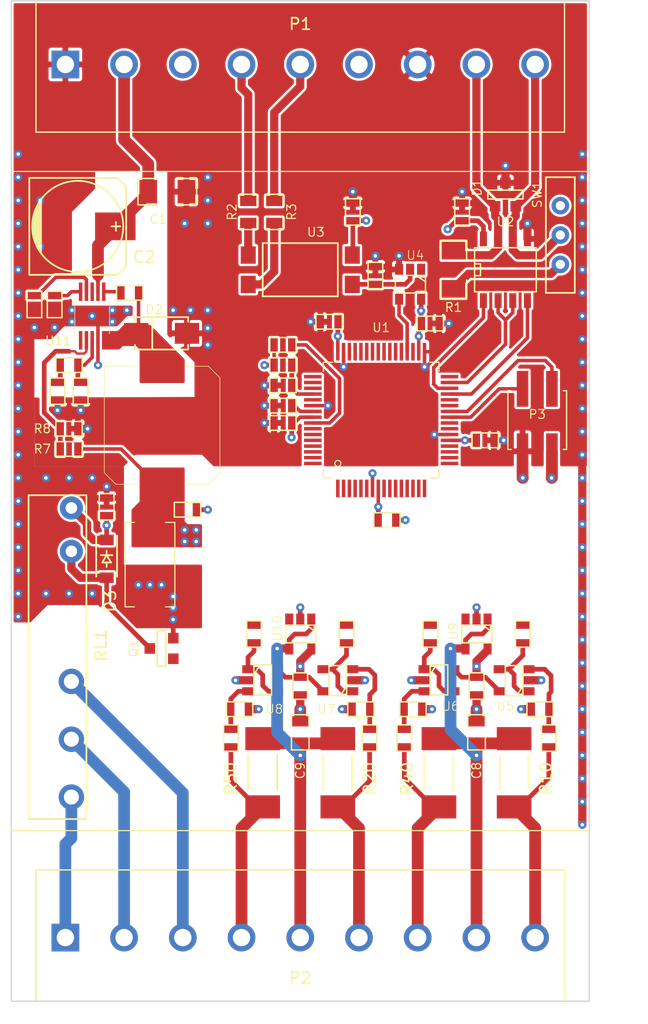
<source format=kicad_pcb>
(kicad_pcb (version 20211014) (generator pcbnew)
  (title_block (title "CowDIN power monitor (3U case)") (date "2022-04-12") (rev "1") (company "Agilack") (comment 1 "License: CC-by-SA"))
  (layers (0 "F.Cu" signal) (1 "In1.Cu" signal) (2 "In2.Cu" signal) (31 "B.Cu" signal) (34 "B.Paste" user) (35 "F.Paste" user) (36 "B.SilkS" user "B.Silkscreen") (37 "F.SilkS" user "F.Silkscreen") (38 "B.Mask" user) (39 "F.Mask" user) (44 "Edge.Cuts" user))
  (net 0 "")
  (net 3 "CT1_A")
  (net 4 "CT1_B")
  (net 5 "CT4_A")
  (net 6 "CT2_A")
  (net 7 "CT2_B")
  (net 8 "Net-(R11-Pad1)")
  (net 9 "RL_NO")
  (net 10 "+VIn")
  (net 11 "Net-(C3-Pad1)")
  (net 12 "LINKY_I1")
  (net 13 "LINKY_I2")
  (net 14 "GND")
  (net 15 "RS485_A")
  (net 16 "RS485_B")
  (net 17 "RS485_RX")
  (net 18 "RS485_DIR")
  (net 19 "RS485_TX")
  (net 20 "+5V")
  (net 21 "Net-(R1-Pad1)")
  (net 22 "Net-(R2-Pad1)")
  (net 23 "Net-(R3-Pad1)")
  (net 24 "Net-(R4-Pad1)")
  (net 25 "LINKY_RX")
  (net 26 "EXT_TX")
  (net 27 "EXT_RX")
  (net 28 "Net-(R21-Pad1)")
  (net 29 "Net-(R41-Pad1)")
  (net 30 "CT5_A")
  (net 31 "CT1_I")
  (net 32 "CT4_I")
  (net 33 "Net-(R43-Pad2)")
  (net 34 "CT2_I")
  (net 35 "Net-(R13-Pad2)")
  (net 36 "Net-(R51-Pad1)")
  (net 37 "CT5_I")
  (net 38 "Net-(R23-Pad2)")
  (net 39 "Net-(R53-Pad2)")
  (net 40 "+2.5V")
  (net 41 "Net-(R5-Pad1)")
  (net 42 "Net-(C4-Pad1)")
  (net 45 "Net-(C12-Pad1)")
  (net 46 "Net-(C5-Pad1)")
  (net 47 "Net-(R7-Pad1)")
  (net 48 "/Power Supply/V5_SW")
  (net 55 "RST")
  (net 56 "Net-(C18-Pad1)")
  (net 89 "SWCLK")
  (net 90 "SWDAT")
  (net 97 "Net-(D3-Pad1)")
  (net 98 "RL_COM")
  (net 99 "RL_NC")
  (net 100 "RELAY")
  (footprint "cowdin-3a-pwrmon:I_MSS1048" (layer "F.Cu") (at 136.55 98.45 180)
    (fp_text reference "L1" hide)
    (fp_text value "27uH" hide)
  )
  (footprint "cowdin-3a-pwrmon:TQFP64" (layer "F.Cu") (at 155.5 98 90)
    (fp_text reference "U1")
    (fp_text value "ATSAMC21J" hide)
  )
  (footprint "cowdin-3a-pwrmon:SMD0603" (layer "F.Cu") (at 163.75 121 -90)
    (fp_text reference "C7" hide)
    (fp_text value "100nF" hide)
  )
  (footprint "cowdin-3a-pwrmon:SMD0603" (layer "F.Cu") (at 138.75 105.75)
    (fp_text reference "C13" hide)
    (fp_text value "1uF" hide)
  )
  (footprint "cowdin-3a-pwrmon:SMD0603" (layer "F.Cu") (at 142.5 125.5 -90)
    (fp_text reference "R51" hide)
    (fp_text value "0" hide)
  )
  (footprint "cowdin-3a-pwrmon:SMD0603" (layer "F.Cu") (at 153.05 80 90)
    (fp_text reference "C11" hide)
    (fp_text value "100nF" hide)
  )
  (footprint "cowdin-3a-pwrmon:SOT23-5" (layer "F.Cu") (at 160.5 120.5 -90)
    (fp_text reference "U6")
    (fp_text value "MCP6001" hide)
  )
  (footprint "cowdin-3a-pwrmon:SOT23-3" (layer "F.Cu") (at 136.5 117.75 -90)
    (fp_text reference "Q1")
    (fp_text value "Si2318" hide)
  )
  (footprint "cowdin-3a-pwrmon:SOT23-3" (layer "F.Cu") (at 166.25 78.5 180)
    (fp_text reference "D1")
    (fp_text value "SM712" hide)
  )
  (footprint "cowdin-3a-pwrmon:SMD0603" (layer "F.Cu") (at 148.5 121 -90)
    (fp_text reference "C6" hide)
    (fp_text value "100nF" hide)
  )
  (footprint "cowdin-3a-pwrmon:CONN_WE2365_09" (layer "F.Cu") (at 148.5 67.25)
    (fp_text reference "P1")
    (fp_text value "CONN_9")
  )
  (footprint "cowdin-3a-pwrmon:SMD0603" (layer "F.Cu") (at 159.75 89.65)
    (fp_text reference "C16" hide)
    (fp_text value "100nF" hide)
  )
  (footprint "cowdin-3a-pwrmon:SMD0603" (layer "F.Cu") (at 155 85.5 90)
    (fp_text reference "R4" hide)
    (fp_text value "10k" hide)
  )
  (footprint "cowdin-3a-pwrmon:SMD0603" (layer "F.Cu") (at 147 95 180)
    (fp_text reference "C22" hide)
    (fp_text value "1uF" hide)
  )
  (footprint "cowdin-3a-pwrmon:SMD0603" (layer "F.Cu") (at 147 96.75 180)
    (fp_text reference "C18" hide)
    (fp_text value "100nF" hide)
  )
  (footprint "cowdin-3a-pwrmon:SMD0603" (layer "F.Cu") (at 159.75 116.5 -90)
    (fp_text reference "R43" hide)
    (fp_text value "0" hide)
  )
  (footprint "cowdin-3a-pwrmon:SOT23-5" (layer "F.Cu") (at 167 120.5 90)
    (fp_text reference "U5")
    (fp_text value "MCP6001" hide)
  )
  (footprint "cowdin-3a-pwrmon:SMD0603" (layer "F.Cu") (at 127.5 95.5 -90)
    (fp_text reference "C5" hide)
    (fp_text value "4,7nF" hide)
  )
  (footprint "cowdin-3a-pwrmon:SOT23-5" (layer "F.Cu") (at 145.25 120.5 -90)
    (fp_text reference "U8")
    (fp_text value "MCP6001" hide)
  )
  (footprint "cowdin-3a-pwrmon:SMD0603" (layer "F.Cu") (at 127.25 88 -90)
    (fp_text reference "R5" hide)
    (fp_text value "100k" hide)
  )
  (footprint "cowdin-3a-pwrmon:SMD0603" (layer "F.Cu") (at 157.5 125.5 -90)
    (fp_text reference "R41" hide)
    (fp_text value "0" hide)
  )
  (footprint "cowdin-3a-pwrmon:DO214AC" (layer "F.Cu") (at 136.5 90.5 180)
    (fp_text reference "D2")
    (fp_text value "MBRA340" hide)
  )
  (footprint "cowdin-3a-pwrmon:SOIC-8E" (layer "F.Cu") (at 166.25 85)
    (fp_text reference "U2")
    (fp_text value "SN65HVD72" hide)
  )
  (footprint "cowdin-3a-pwrmon:SMD0805" (layer "F.Cu") (at 163.75 125 90)
    (fp_text reference "C8")
    (fp_text value "4,7uF" hide)
  )
  (footprint "cowdin-3a-pwrmon:SMD0603" (layer "F.Cu") (at 133.75 87)
    (fp_text reference "C12" hide)
    (fp_text value "100nF" hide)
  )
  (footprint "cowdin-3a-pwrmon:SMD2010" (layer "F.Cu") (at 167 128.5 90)
    (fp_text reference "R10")
    (fp_text value "33")
  )
  (footprint "cowdin-3a-pwrmon:SMD0805" (layer "F.Cu") (at 148.5 125 90)
    (fp_text reference "C9")
    (fp_text value "4,7uF" hide)
  )
  (footprint "cowdin-3a-pwrmon:SMD0603" (layer "F.Cu") (at 128.5 93.25 180)
    (fp_text reference "R6" hide)
    (fp_text value "20k" hide)
  )
  (footprint "cowdin-3a-pwrmon:C_ALU_8x10.5" (layer "F.Cu") (at 129.25 81.25)
    (fp_text reference "C2")
    (fp_text value "100uF")
  )
  (footprint "cowdin-3a-pwrmon:SMD0603" (layer "F.Cu") (at 153.75 123)
    (fp_text reference "R22" hide)
    (fp_text value "n/e" hide)
  )
  (footprint "cowdin-3a-pwrmon:SOD-123" (layer "F.Cu") (at 131.75 110 -90)
    (fp_text reference "D3")
    (fp_text value "D")
  )
  (footprint "cowdin-3a-pwrmon:SMD0603" (layer "F.Cu") (at 147 91.5 180)
    (fp_text reference "R14" hide)
    (fp_text value "10k" hide)
  )
  (footprint "cowdin-3a-pwrmon:SOT23-5" (layer "F.Cu") (at 158 86.25 180)
    (fp_text reference "U4")
    (fp_text value "SN74LVC1G14" hide)
  )
  (footprint "cowdin-3a-pwrmon:SMD0603" (layer "F.Cu") (at 167.75 116.5 -90)
    (fp_text reference "R13" hide)
    (fp_text value "0" hide)
  )
  (footprint "cowdin-3a-pwrmon:SMD0603" (layer "F.Cu") (at 169.25 123)
    (fp_text reference "R12" hide)
    (fp_text value "n/e" hide)
  )
  (footprint "cowdin-3a-pwrmon:SMD0603" (layer "F.Cu") (at 162.5 80 90)
    (fp_text reference "C10" hide)
    (fp_text value "100nF" hide)
  )
  (footprint "cowdin-3a-pwrmon:SMD2010" (layer "F.Cu") (at 151.75 128.5 90)
    (fp_text reference "R20")
    (fp_text value "33")
  )
  (footprint "cowdin-3a-pwrmon:SMD4" (layer "F.Cu") (at 148.5 85)
    (fp_text reference "U3")
    (fp_text value "LTV814")
  )
  (footprint "cowdin-3a-pwrmon:SMD0603" (layer "F.Cu") (at 144.5 116.5 -90)
    (fp_text reference "R53" hide)
    (fp_text value "0" hide)
  )
  (footprint "cowdin-3a-pwrmon:CONN_WE2365_09r" (layer "F.Cu") (at 148.5 142.75 180)
    (fp_text reference "P2")
    (fp_text value "CONN_9")
  )
  (footprint "cowdin-3a-pwrmon:RL_3451" (layer "F.Cu") (at 128.7 105.6 -90)
    (fp_text reference "RL1")
    (fp_text value "RELAY")
  )
  (footprint "cowdin-3a-pwrmon:SMD0603" (layer "F.Cu") (at 152.5 116.5 -90)
    (fp_text reference "R23" hide)
    (fp_text value "0" hide)
  )
  (footprint "cowdin-3a-pwrmon:SMD0603" (layer "F.Cu") (at 170 125.5 -90)
    (fp_text reference "R11" hide)
    (fp_text value "0" hide)
  )
  (footprint "cowdin-3a-pwrmon:SMD0603" (layer "F.Cu") (at 154.5 125.5 -90)
    (fp_text reference "R21" hide)
    (fp_text value "0" hide)
  )
  (footprint "cowdin-3a-pwrmon:MSOP10p" (layer "F.Cu") (at 130.5 89 180)
    (fp_text reference "U11")
    (fp_text value "TPS54060A" hide)
  )
  (footprint "cowdin-3a-pwrmon:SOT23-5" (layer "F.Cu") (at 151.75 120.5 90)
    (fp_text reference "U7")
    (fp_text value "MCP6001" hide)
  )
  (footprint "cowdin-3a-pwrmon:SMD0603" (layer "F.Cu") (at 158.25 123 180)
    (fp_text reference "R42" hide)
    (fp_text value "n/e" hide)
  )
  (footprint "cowdin-3a-pwrmon:SMD0805" (layer "F.Cu") (at 146.25 80 90)
    (fp_text reference "R3")
    (fp_text value "2,4k" hide)
  )
  (footprint "cowdin-3a-pwrmon:SMD0603" (layer "F.Cu") (at 164.5 99.75)
    (fp_text reference "C15" hide)
    (fp_text value "100nF" hide)
  )
  (footprint "cowdin-3a-pwrmon:SMD0603" (layer "F.Cu") (at 131.75 105.5 90)
    (fp_text reference "C21" hide)
    (fp_text value "1uF" hide)
  )
  (footprint "cowdin-3a-pwrmon:SMD2010" (layer "F.Cu") (at 160.5 128.5 -90)
    (fp_text reference "R40")
    (fp_text value "33")
  )
  (footprint "cowdin-3a-pwrmon:SOT23-5" (layer "F.Cu") (at 148.5 116.5 180)
    (fp_text reference "U10")
    (fp_text value "MCP6001" hide)
  )
  (footprint "cowdin-3a-pwrmon:SMD1206" (layer "F.Cu") (at 161.75 85 90)
    (fp_text reference "R1")
    (fp_text value "120" hide)
  )
  (footprint "cowdin-3a-pwrmon:SOT23-5" (layer "F.Cu") (at 163.75 116.5 180)
    (fp_text reference "U9")
    (fp_text value "MCP6001" hide)
  )
  (footprint "cowdin-3a-pwrmon:SMD0603" (layer "F.Cu") (at 143.25 123 180)
    (fp_text reference "R52" hide)
    (fp_text value "n/e" hide)
  )
  (footprint "cowdin-3a-pwrmon:SMD0603" (layer "F.Cu") (at 147 98.25 180)
    (fp_text reference "C19" hide)
    (fp_text value "100nF" hide)
  )
  (footprint "cowdin-3a-pwrmon:SMD0603" (layer "F.Cu") (at 129.5 95.5 -90)
    (fp_text reference "C4" hide)
    (fp_text value "n/a" hide)
  )
  (footprint "cowdin-3a-pwrmon:SMD2010" (layer "F.Cu") (at 145.25 128.5 -90)
    (fp_text reference "R50")
    (fp_text value "33")
  )
  (footprint "cowdin-3a-pwrmon:SMD0603" (layer "F.Cu") (at 147 93.25)
    (fp_text reference "R9" hide)
    (fp_text value "10k" hide)
  )
  (footprint "cowdin-3a-pwrmon:CONN_SMD2x2" (layer "F.Cu") (at 169 98)
    (fp_text reference "P3")
    (fp_text value "CONN_2x2")
  )
  (footprint "cowdin-3a-pwrmon:SW_450301014042" (layer "F.Cu") (at 171 82 90)
    (fp_text reference "SW1")
    (fp_text value "JUMPER" hide)
  )
  (footprint "cowdin-3a-pwrmon:SMD0603" (layer "F.Cu") (at 128.5 100.5)
    (fp_text reference "R7")
    (fp_text value "52,3k" hide)
  )
  (footprint "cowdin-3a-pwrmon:SMD0603" (layer "F.Cu") (at 125.5 88 -90)
    (fp_text reference "C3" hide)
    (fp_text value "10nF" hide)
  )
  (footprint "cowdin-3a-pwrmon:SMD1206" (layer "F.Cu") (at 137 78.25)
    (fp_text reference "C1")
    (fp_text value "2,2uF" hide)
  )
  (footprint "cowdin-3a-pwrmon:C_TPB_D4" (layer "F.Cu") (at 135.5 110.5 -90)
    (fp_text reference "C14" hide)
    (fp_text value "220uF" hide)
  )
  (footprint "cowdin-3a-pwrmon:SMD0603" (layer "F.Cu") (at 151 89.5 180)
    (fp_text reference "C17" hide)
    (fp_text value "100nF" hide)
  )
  (footprint "cowdin-3a-pwrmon:SMD0603" (layer "F.Cu") (at 128.5 98.75 180)
    (fp_text reference "R8")
    (fp_text value "10k" hide)
  )
  (footprint "cowdin-3a-pwrmon:SMD0805" (layer "F.Cu") (at 144 80 90)
    (fp_text reference "R2")
    (fp_text value "2,4k" hide)
  )
  (footprint "cowdin-3a-pwrmon:SMD0603" (layer "F.Cu") (at 156 106.65)
    (fp_text reference "C20" hide)
    (fp_text value "100nF" hide)
  )
  (gr_line locked (start 123.5 133.5) (end 173.5 133.5) (layer "F.SilkS") (width 0.1))
  (gr_line locked (start 123.5 76.5) (end 173.5 76.5) (layer "F.SilkS") (width 0.1))
  (gr_line (start 173.5 61.75) (end 173.5 148.25) (layer "Edge.Cuts") (width 0.1))
  (gr_line (start 173.5 148.25) (end 123.5 148.25) (layer "Edge.Cuts") (width 0.1))
  (gr_line (start 123.5 61.75) (end 173.5 61.75) (layer "Edge.Cuts") (width 0.1))
  (gr_line (start 123.5 148.25) (end 123.5 61.75) (layer "Edge.Cuts") (width 0.1))
  (segment (start 168.82 142.75) (end 168.82 133.27) (width 1.016) (layer "F.Cu") (net 3))
  (segment (start 167.5 131.45) (end 167 131.45) (width 0.4064) (layer "F.Cu") (net 3))
  (segment (start 170 128.95) (end 167.5 131.45) (width 0.4064) (layer "F.Cu") (net 3))
  (segment (start 170 126.262) (end 170 128.95) (width 0.4064) (layer "F.Cu") (net 3))
  (segment (start 168.82 133.27) (end 167 131.45) (width 1.016) (layer "F.Cu") (net 3))
  (segment (start 163.75 142.74) (end 163.74 142.75) (width 1.016) (layer "F.Cu") (net 4))
  (segment (start 163.75 125.9525) (end 160.9025 125.9525) (width 1.016) (layer "F.Cu") (net 4))
  (segment (start 162.7975 117.77) (end 162.7775 117.75) (width 0.7112) (layer "F.Cu") (net 4))
  (segment (start 160.9025 125.9525) (end 160.5 125.55) (width 1.016) (layer "F.Cu") (net 4))
  (segment (start 164.25 116.5) (end 163.3 116.5) (width 0.4064) (layer "F.Cu") (net 4))
  (segment (start 164.7025 116.0475) (end 164.25 116.5) (width 0.4064) (layer "F.Cu") (net 4))
  (segment (start 163.75 125.9525) (end 163.75 127) (width 1.016) (layer "F.Cu") (net 4))
  (segment (start 162.7975 117.0025) (end 162.7975 117.77) (width 0.4064) (layer "F.Cu") (net 4))
  (segment (start 163.74 125.9625) (end 163.75 125.9525) (width 1.016) (layer "F.Cu") (net 4))
  (segment (start 164.7025 115.23) (end 164.7025 116.0475) (width 0.4064) (layer "F.Cu") (net 4))
  (segment (start 163.3 116.5) (end 162.7975 117.0025) (width 0.4064) (layer "F.Cu") (net 4))
  (segment (start 162.7775 117.75) (end 161.5 117.75) (width 0.7112) (layer "F.Cu") (net 4))
  (segment (start 163.75 125.9525) (end 166.5975 125.9525) (width 1.016) (layer "F.Cu") (net 4))
  (segment (start 163.75 127) (end 163.75 142.74) (width 1.016) (layer "F.Cu") (net 4))
  (segment (start 166.5975 125.9525) (end 167 125.55) (width 1.016) (layer "F.Cu") (net 4))
  (via (at 161.5 117.75) (size 0.7112) (drill 0.3048) (layers "F.Cu" "B.Cu") (net 4))
  (via (at 163.75 127) (size 0.7112) (drill 0.3048) (layers "F.Cu" "B.Cu") (net 4))
  (segment (start 161.5 124.75) (end 163.75 127) (width 1.016) (layer "B.Cu") (net 4))
  (segment (start 161.5 117.75) (end 161.5 124.75) (width 1.016) (layer "B.Cu") (net 4))
  (segment (start 157.5 126.262) (end 157.5 128.95) (width 0.4064) (layer "F.Cu") (net 5))
  (segment (start 157.5 128.95) (end 160 131.45) (width 0.4064) (layer "F.Cu") (net 5))
  (segment (start 158.66 142.75) (end 158.66 133.29) (width 1.016) (layer "F.Cu") (net 5))
  (segment (start 160 131.45) (end 160.5 131.45) (width 0.4064) (layer "F.Cu") (net 5))
  (segment (start 158.66 133.29) (end 160.5 131.45) (width 1.016) (layer "F.Cu") (net 5))
  (segment (start 153.58 142.75) (end 153.58 133.28) (width 1.016) (layer "F.Cu") (net 6))
  (segment (start 154.5 126.262) (end 154.5 129.2) (width 0.4064) (layer "F.Cu") (net 6))
  (segment (start 154.5 129.2) (end 152.25 131.45) (width 0.4064) (layer "F.Cu") (net 6))
  (segment (start 153.58 133.28) (end 151.75 131.45) (width 1.016) (layer "F.Cu") (net 6))
  (segment (start 152.25 131.45) (end 151.75 131.45) (width 0.4064) (layer "F.Cu") (net 6))
  (segment (start 147.5275 117.75) (end 146.5 117.75) (width 0.7112) (layer "F.Cu") (net 7))
  (segment (start 147.5475 117.77) (end 147.5275 117.75) (width 0.7112) (layer "F.Cu") (net 7))
  (segment (start 148.5 127) (end 148.5 142.75) (width 1.016) (layer "F.Cu") (net 7))
  (segment (start 151.3475 125.9525) (end 151.75 125.55) (width 1.016) (layer "F.Cu") (net 7))
  (segment (start 148.5 125.9525) (end 145.6525 125.9525) (width 1.016) (layer "F.Cu") (net 7))
  (segment (start 149 116.5) (end 149.4525 116.0475) (width 0.4064) (layer "F.Cu") (net 7))
  (segment (start 147.5475 117.77) (end 147.5475 116.9775) (width 0.4064) (layer "F.Cu") (net 7))
  (segment (start 147.5475 116.9775) (end 148.025 116.5) (width 0.4064) (layer "F.Cu") (net 7))
  (segment (start 145.6525 125.9525) (end 145.25 125.55) (width 1.016) (layer "F.Cu") (net 7))
  (segment (start 148.5 125.9525) (end 148.5 127) (width 1.016) (layer "F.Cu") (net 7))
  (segment (start 149.4525 116.0475) (end 149.4525 115.23) (width 0.4064) (layer "F.Cu") (net 7))
  (segment (start 148.025 116.5) (end 149 116.5) (width 0.4064) (layer "F.Cu") (net 7))
  (segment (start 148.5 125.9525) (end 151.3475 125.9525) (width 1.016) (layer "F.Cu") (net 7))
  (via (at 146.5 117.75) (size 0.7112) (drill 0.3048) (layers "F.Cu" "B.Cu") (net 7))
  (via (at 148.5 127) (size 0.7112) (drill 0.3048) (layers "F.Cu" "B.Cu") (net 7))
  (segment (start 146.5 117.75) (end 146.5 125) (width 1.016) (layer "B.Cu") (net 7))
  (segment (start 146.5 125) (end 148.5 127) (width 1.016) (layer "B.Cu") (net 7))
  (segment (start 170.2 121.5) (end 170.2 120.1) (width 0.4064) (layer "F.Cu") (net 8))
  (segment (start 170.012 121.688) (end 170.2 121.5) (width 0.4064) (layer "F.Cu") (net 8))
  (segment (start 170 124.738) (end 170 123.012) (width 0.4064) (layer "F.Cu") (net 8))
  (segment (start 170.2 120.1) (end 169.6475 119.5475) (width 0.4064) (layer "F.Cu") (net 8))
  (segment (start 170 123.012) (end 170.012 123) (width 0.4064) (layer "F.Cu") (net 8))
  (segment (start 169.6475 119.5475) (end 168.27 119.5475) (width 0.4064) (layer "F.Cu") (net 8))
  (segment (start 170.012 123) (end 170.012 121.688) (width 0.4064) (layer "F.Cu") (net 8))
  (segment (start 128.18 134.67) (end 128.7 134.15) (width 1.016) (layer "B.Cu") (net 9))
  (segment (start 128.7 134.15) (end 128.7 130.6) (width 1.016) (layer "B.Cu") (net 9))
  (segment (start 128.18 142.75) (end 128.18 134.67) (width 1.016) (layer "B.Cu") (net 9))
  (segment (start 131 86.9) (end 131 85.95) (width 0.3048) (layer "F.Cu") (net 10))
  (segment (start 132.5012 81.3988) (end 131.1 82.8) (width 1.016) (layer "F.Cu") (net 10))
  (segment (start 132.5012 81.25) (end 132.5012 81.3988) (width 1.016) (layer "F.Cu") (net 10))
  (segment (start 133.26 73.76) (end 135.349 75.849) (width 1.016) (layer "F.Cu") (net 10))
  (segment (start 131 85.45) (end 131 85.95) (width 0.4064) (layer "F.Cu") (net 10))
  (segment (start 135.349 75.849) (end 135.349 78.25) (width 1.016) (layer "F.Cu") (net 10))
  (segment (start 135.349 78.4022) (end 132.5012 81.25) (width 1.016) (layer "F.Cu") (net 10))
  (segment (start 131 82.9) (end 131 85.45) (width 1.016) (layer "F.Cu") (net 10))
  (segment (start 131.1 82.8) (end 131 82.9) (width 1.016) (layer "F.Cu") (net 10))
  (segment (start 133.26 67.25) (end 133.26 73.76) (width 1.016) (layer "F.Cu") (net 10))
  (segment (start 135.349 78.25) (end 135.349 78.4022) (width 1.016) (layer "F.Cu") (net 10))
  (segment (start 130 86.9) (end 130 85.85) (width 0.3048) (layer "F.Cu") (net 11))
  (segment (start 130 85.85) (end 129.8 85.65) (width 0.3048) (layer "F.Cu") (net 11))
  (segment (start 129.8 85.65) (end 127.35 85.65) (width 0.3048) (layer "F.Cu") (net 11))
  (segment (start 125.762 87.238) (end 125.5 87.238) (width 0.3048) (layer "F.Cu") (net 11))
  (segment (start 127.35 85.65) (end 125.762 87.238) (width 0.3048) (layer "F.Cu") (net 11))
  (segment (start 144 79.0475) (end 144 69.85) (width 0.7112) (layer "F.Cu") (net 12))
  (segment (start 143.42 69.27) (end 143.42 67.25) (width 0.7112) (layer "F.Cu") (net 12))
  (segment (start 144 69.85) (end 143.42 69.27) (width 0.7112) (layer "F.Cu") (net 12))
  (segment (start 146.25 71.4) (end 148.5 69.15) (width 0.7112) (layer "F.Cu") (net 13))
  (segment (start 146.25 79.0475) (end 146.25 71.4) (width 0.7112) (layer "F.Cu") (net 13))
  (segment (start 148.5 69.15) (end 148.5 67.25) (width 0.7112) (layer "F.Cu") (net 13))
  (segment (start 172.9 109) (end 172.9 111) (width 0.7112) (layer "F.Cu") (net 14))
  (segment (start 169.35 120.5) (end 168.27 120.5) (width 0.7112) (layer "F.Cu") (net 14))
  (segment (start 140.5 91.5) (end 140.5 90.05) (width 0.3048) (layer "F.Cu") (net 14))
  (segment (start 165.262 99.75) (end 166.1 99.75) (width 0.4064) (layer "F.Cu") (net 14))
  (segment (start 124.1 81) (end 124.1 83) (width 0.7112) (layer "F.Cu") (net 14))
  (segment (start 163.75 123) (end 163.75 122.1) (width 0.7112) (layer "F.Cu") (net 14))
  (segment (start 125.7488 81) (end 125.9988 81.25) (width 0.7112) (layer "F.Cu") (net 14))
  (segment (start 128.75 89.5) (end 130 89.5) (width 0.3048) (layer "F.Cu") (net 14))
  (segment (start 153.02 120.5) (end 154.1 120.5) (width 0.7112) (layer "F.Cu") (net 14))
  (segment (start 139 88.5) (end 140.5 88.5) (width 0.3048) (layer "F.Cu") (net 14))
  (segment (start 172.9 107) (end 172.9 109) (width 0.7112) (layer "F.Cu") (net 14))
  (segment (start 172.9 95) (end 172.9 97) (width 0.7112) (layer "F.Cu") (net 14))
  (segment (start 137.5 114.25) (end 137.5 115.25) (width 0.7112) (layer "F.Cu") (net 14))
  (segment (start 159.012 123) (end 159.35 123) (width 0.4064) (layer "F.Cu") (net 14))
  (segment (start 131 103) (end 131.75 103.75) (width 0.7112) (layer "F.Cu") (net 14))
  (segment (start 152.25 92.088) (end 152.25 93.4) (width 0.3048) (layer "F.Cu") (net 14))
  (segment (start 126 79) (end 124.1 79) (width 0.7112) (layer "F.Cu") (net 14))
  (segment (start 172.9 97) (end 172.9 99) (width 0.7112) (layer "F.Cu") (net 14))
  (segment (start 124.1 81) (end 125.7488 81) (width 0.7112) (layer "F.Cu") (net 14))
  (segment (start 132.25 88.5) (end 132.25 89.5) (width 0.3048) (layer "F.Cu") (net 14))
  (segment (start 172.9 105) (end 172.9 107) (width 0.7112) (layer "F.Cu") (net 14))
  (segment (start 131 91.1) (end 131 89.5) (width 0.3048) (layer "F.Cu") (net 14))
  (segment (start 172.9 77) (end 172.9 79) (width 0.7112) (layer "F.Cu") (net 14))
  (segment (start 143.98 120.5) (end 142.9 120.5) (width 0.7112) (layer "F.Cu") (net 14))
  (segment (start 135.5 112.25) (end 136.5 112.25) (width 0.7112) (layer "F.Cu") (net 14))
  (segment (start 124.1 93) (end 124.1 95) (width 0.7112) (layer "F.Cu") (net 14))
  (segment (start 162.5 79.238) (end 162.5 78.25) (width 0.4064) (layer "F.Cu") (net 14))
  (segment (start 146.238 96.75) (end 145.4 96.75) (width 0.4064) (layer "F.Cu") (net 14))
  (segment (start 124.1 103) (end 124.1 105) (width 0.7112) (layer "F.Cu") (net 14))
  (segment (start 137.5 88.5) (end 139 88.5) (width 0.3048) (layer "F.Cu") (net 14))
  (segment (start 149.588 96.75) (end 150.9 96.75) (width 0.3048) (layer "F.Cu") (net 14))
  (segment (start 148.5 115.23) (end 148.5 114.2) (width 0.4064) (layer "F.Cu") (net 14))
  (segment (start 129.262 98.75) (end 130.1 98.75) (width 0.7112) (layer "F.Cu") (net 14))
  (segment (start 124.1 95) (end 124.1 97) (width 0.7112) (layer "F.Cu") (net 14))
  (segment (start 172.9 119) (end 172.9 121) (width 0.7112) (layer "F.Cu") (net 14))
  (segment (start 168.155 82.333) (end 168.155 81.005) (width 0.7112) (layer "F.Cu") (net 14))
  (segment (start 138.7 89.4) (end 139 89.1) (width 0.4064) (layer "F.Cu") (net 14))
  (segment (start 144.9 123) (end 144.35 123) (width 0.7112) (layer "F.Cu") (net 14))
  (segment (start 155 84.738) (end 155 83.8) (width 0.4064) (layer "F.Cu") (net 14))
  (segment (start 146.238 95) (end 145.4 95) (width 0.4064) (layer "F.Cu") (net 14))
  (segment (start 146.238 98.25) (end 145.4 98.25) (width 0.4064) (layer "F.Cu") (net 14))
  (segment (start 163.75 122.1) (end 163.75 121.762) (width 0.4064) (layer "F.Cu") (net 14))
  (segment (start 172.9 89) (end 172.9 91) (width 0.7112) (layer "F.Cu") (net 14))
  (segment (start 128.5 103) (end 130.5 103) (width 0.7112) (layer "F.Cu") (net 14))
  (segment (start 172.9 113) (end 172.9 115) (width 0.7112) (layer "F.Cu") (net 14))
  (segment (start 132.25 88.5) (end 131 88.5) (width 0.3048) (layer "F.Cu") (net 14))
  (segment (start 172.9 129) (end 172.9 131) (width 0.7112) (layer "F.Cu") (net 14))
  (segment (start 130 89.5) (end 130.5 89) (width 0.3048) (layer "F.Cu") (net 14))
  (segment (start 131 89.5) (end 130.5 89) (width 0.3048) (layer "F.Cu") (net 14))
  (segment (start 161.412 99.25) (end 160.1 99.25) (width 0.3048) (layer "F.Cu") (net 14))
  (segment (start 135.5 112.25) (end 134.5 112.25) (width 0.7112) (layer "F.Cu") (net 14))
  (segment (start 157.0475 83.8025) (end 157.05 83.8) (width 0.4064) (layer "F.Cu") (net 14))
  (segment (start 172.9 81) (end 172.9 83) (width 0.7112) (layer "F.Cu") (net 14))
  (segment (start 124.1 83) (end 124.1 85) (width 0.7112) (layer "F.Cu") (net 14))
  (segment (start 138.7 90.5) (end 138.7 89.4) (width 0.4064) (layer "F.Cu") (net 14))
  (segment (start 172.9 127) (end 172.9 129) (width 0.7112) (layer "F.Cu") (net 14))
  (segment (start 124.1 89) (end 124.1 91) (width 0.7112) (layer "F.Cu") (net 14))
  (segment (start 124.1 97) (end 124.1 99) (width 0.7112) (layer "F.Cu") (net 14))
  (segment (start 167.73 100.7) (end 167.73 102.98) (width 1.016) (layer "F.Cu") (net 14))
  (segment (start 127.25 88.762) (end 127.25 90) (width 0.7112) (layer "F.Cu") (net 14))
  (segment (start 124.1 113) (end 124.1 115) (width 0.7112) (layer "F.Cu") (net 14))
  (segment (start 124.1 79) (end 124.1 81) (width 0.7112) (layer "F.Cu") (net 14))
  (segment (start 140.5 88.5) (end 140.5 90.05) (width 0.3048) (layer "F.Cu") (net 14))
  (segment (start 163.75 123) (end 163.75 123.65) (width 1.016) (layer "F.Cu") (net 14))
  (segment (start 160.512 89.65) (end 161.35 89.65) (width 0.4064) (layer "F.Cu") (net 14))
  (segment (start 148.5 122.1) (end 148.5 121.762) (width 0.4064) (layer "F.Cu") (net 14))
  (segment (start 172.9 131) (end 172.9 133) (width 0.7112) (layer "F.Cu") (net 14))
  (segment (start 172.9 125) (end 172.9 127) (width 0.7112) (layer "F.Cu") (net 14))
  (segment (start 163.75 115.23) (end 163.75 114.2) (width 0.4064) (layer "F.Cu") (net 14))
  (segment (start 154.75 103.912) (end 154.75 102.6) (width 0.3048) (layer "F.Cu") (net 14))
  (segment (start 152.988 123) (end 152.65 123) (width 0.4064) (layer "F.Cu") (net 14))
  (segment (start 125.5 88.762) (end 125.5 90) (width 0.7112) (layer "F.Cu") (net 14))
  (segment (start 124.1 101) (end 124.1 103) (width 0.7112) (layer "F.Cu") (net 14))
  (segment (start 126 83) (end 124.1 83) (width 0.7112) (layer "F.Cu") (net 14))
  (segment (start 135.5 114.15) (end 135.5 112.25) (width 0.7112) (layer "F.Cu") (net 14))
  (segment (start 125.9988 82.9988) (end 126 83) (width 0.7112) (layer "F.Cu") (net 14))
  (segment (start 124.1 105) (end 124.1 107) (width 0.7112) (layer "F.Cu") (net 14))
  (segment (start 152.1 123) (end 152.65 123) (width 0.7112) (layer "F.Cu") (net 14))
  (segment (start 124.1 91) (end 124.1 93) (width 0.7112) (layer "F.Cu") (net 14))
  (segment (start 140.5 77) (end 140.5 79) (width 0.4064) (layer "F.Cu") (net 14))
  (segment (start 172.9 101) (end 172.9 103) (width 0.7112) (layer "F.Cu") (net 14))
  (segment (start 130.5 89) (end 130 88.5) (width 0.3048) (layer "F.Cu") (net 14))
  (segment (start 124.1 85) (end 124.1 87) (width 0.7112) (layer "F.Cu") (net 14))
  (segment (start 124.1 113) (end 126.5 113) (width 0.7112) (layer "F.Cu") (net 14))
  (segment (start 137.05 112.25) (end 137.5 112.7) (width 0.7112) (layer "F.Cu") (net 14))
  (segment (start 168.488 123) (end 168.15 123) (width 0.4064) (layer "F.Cu") (net 14))
  (segment (start 172.9 79) (end 172.9 81) (width 0.7112) (layer "F.Cu") (net 14))
  (segment (start 159.25 92.088) (end 159.25 93.4) (width 0.3048) (layer "F.Cu") (net 14))
  (segment (start 166.25 77.484) (end 166.25 76) (width 0.7112) (layer "F.Cu") (net 14))
  (segment (start 150.238 89.5) (end 149.4 89.5) (width 0.4064) (layer "F.Cu") (net 14))
  (segment (start 139.512 105.75) (end 140.5 105.75) (width 0.4064) (layer "F.Cu") (net 14))
  (segment (start 172.9 87) (end 172.9 89) (width 0.7112) (layer "F.Cu") (net 14))
  (segment (start 130.5 103) (end 131 103) (width 0.7112) (layer "F.Cu") (net 14))
  (segment (start 172.9 117) (end 172.9 119) (width 0.7112) (layer "F.Cu") (net 14))
  (segment (start 139 89.1) (end 139 88.5) (width 0.4064) (layer "F.Cu") (net 14))
  (segment (start 124.1 87) (end 124.1 89) (width 0.7112) (layer "F.Cu") (net 14))
  (segment (start 157.0475 84.98) (end 157.0475 83.8025) (width 0.4064) (layer "F.Cu") (net 14))
  (segment (start 172.9 93) (end 172.9 95) (width 0.7112) (layer "F.Cu") (net 14))
  (segment (start 132.25 89.5) (end 131 89.5) (width 0.3048) (layer "F.Cu") (net 14))
  (segment (start 172.9 115) (end 172.9 117) (width 0.7112) (layer "F.Cu") (net 14))
  (segment (start 128.5 113) (end 130.5 113) (width 0.7112) (layer "F.Cu") (net 14))
  (segment (start 172.9 103) (end 172.9 105) (width 0.7112) (layer "F.Cu") (net 14))
  (segment (start 144.012 123) (end 144.35 123) (width 0.4064) (layer "F.Cu") (net 14))
  (segment (start 172.9 75) (end 172.9 77) (width 0.7112) (layer "F.Cu") (net 14))
  (segment (start 131 88.5) (end 130.5 89) (width 0.3048) (layer "F.Cu") (net 14))
  (segment (start 167.6 123) (end 168.15 123) (width 0.7112) (layer "F.Cu") (net 14))
  (segment (start 137.5 112.7) (end 137.5 113.25) (width 0.7112) (layer "F.Cu") (net 14))
  (segment (start 137.516 116.116) (end 137.5 116.1) (width 0.4064) (layer "F.Cu") (net 14))
  (segment (start 148.5 123.65) (end 148.5 124.0475) (width 0.7112) (layer "F.Cu") (net 14))
  (segment (start 124.1 109) (end 124.1 111) (width 0.7112) (layer "F.Cu") (net 14))
  (segment (start 172.9 91) (end 172.9 93) (width 0.7112) (layer "F.Cu") (net 14))
  (segment (start 129.5 96.262) (end 129.5 97.15) (width 0.4064) (layer "F.Cu") (net 14))
  (segment (start 153.05 79.238) (end 153.05 78.9) (width 0.4064) (layer "F.Cu") (net 14))
  (segment (start 127.5 96.262) (end 127.5 97.15) (width 0.4064) (layer "F.Cu") (net 14))
  (segment (start 148.5 123) (end 148.5 123.65) (width 1.016) (layer "F.Cu") (net 14))
  (segment (start 124.1 111) (end 124.1 113) (width 0.7112) (layer "F.Cu") (net 14))
  (segment (start 124.1 107) (end 124.1 109) (width 0.7112) (layer "F.Cu") (net 14))
  (segment (start 158.1 120.5) (end 159.23 120.5) (width 0.7112) (layer "F.Cu") (net 14))
  (segment (start 172.9 83) (end 172.9 85) (width 0.7112) (layer "F.Cu") (net 14))
  (segment (start 172.9 99) (end 172.9 101) (width 0.7112) (layer "F.Cu") (net 14))
  (segment (start 124.1 103) (end 126.5 103) (width 0.7112) (layer "F.Cu") (net 14))
  (segment (start 172.9 121) (end 172.9 123) (width 0.7112) (layer "F.Cu") (net 14))
  (segment (start 172.9 123) (end 172.9 125) (width 0.7112) (layer "F.Cu") (net 14))
  (segment (start 125.9988 81.25) (end 125.9988 82.9988) (width 0.7112) (layer "F.Cu") (net 14))
  (segment (start 124.1 77) (end 124.1 79) (width 0.7112) (layer "F.Cu") (net 14))
  (segment (start 131 91.1) (end 131 93.25) (width 0.3048) (layer "F.Cu") (net 14))
  (segment (start 153.05 78.25) (end 153.05 78.9) (width 0.7112) (layer "F.Cu") (net 14))
  (segment (start 130 88.5) (end 128.75 88.5) (width 0.3048) (layer "F.Cu") (net 14))
  (segment (start 136.5 112.25) (end 137.05 112.25) (width 0.7112) (layer "F.Cu") (net 14))
  (segment (start 167.73 102.98) (end 167.75 103) (width 1.016) (layer "F.Cu") (net 14))
  (segment (start 137.5 113.25) (end 137.5 114.25) (width 0.7112) (layer "F.Cu") (net 14))
  (segment (start 124.1 99) (end 124.1 101) (width 0.7112) (layer "F.Cu") (net 14))
  (segment (start 168.155 81.005) (end 168.15 81) (width 0.7112) (layer "F.Cu") (net 14))
  (segment (start 125.9988 79.0012) (end 126 79) (width 0.7112) (layer "F.Cu") (net 14))
  (segment (start 148.5 123) (end 148.5 122.1) (width 0.7112) (layer "F.Cu") (net 14))
  (segment (start 132.25 88.5) (end 133.5 88.5) (width 0.3048) (layer "F.Cu") (net 14))
  (segment (start 172.9 111) (end 172.9 113) (width 0.7112) (layer "F.Cu") (net 14))
  (segment (start 172.9 85) (end 172.9 87) (width 0.7112) (layer "F.Cu") (net 14))
  (segment (start 159.9 123) (end 159.35 123) (width 0.7112) (layer "F.Cu") (net 14))
  (segment (start 124.1 75) (end 124.1 77) (width 0.7112) (layer "F.Cu") (net 14))
  (segment (start 156.762 106.65) (end 157.6 106.65) (width 0.4064) (layer "F.Cu") (net 14))
  (segment (start 138.5 81) (end 140.5 81) (width 0.4064) (layer "F.Cu") (net 14))
  (segment (start 126.5 103) (end 128.5 103) (width 0.7112) (layer "F.Cu") (net 14))
  (segment (start 125.9988 81.25) (end 125.9988 79.0012) (width 0.7112) (layer "F.Cu") (net 14))
  (segment (start 131.75 103.75) (end 131.75 104.738) (width 0.4064) (layer "F.Cu") (net 14))
  (segment (start 137.5 116.1) (end 137.5 115.25) (width 0.4064) (layer "F.Cu") (net 14))
  (segment (start 126.5 113) (end 128.5 113) (width 0.7112) (layer "F.Cu") (net 14))
  (segment (start 163.75 124.0475) (end 163.75 123.65) (width 0.7112) (layer "F.Cu") (net 14))
  (segment (start 137.516 116.861) (end 137.516 116.116) (width 0.4064) (layer "F.Cu") (net 14))
  (via (at 137.5 88.5) (size 0.7112) (drill 0.3048) (layers "F.Cu" "B.Cu") (net 14))
  (via (at 124.1 101) (size 0.7112) (drill 0.3048) (layers "F.Cu" "B.Cu") (net 14))
  (via (at 172.9 119) (size 0.7112) (drill 0.3048) (layers "F.Cu" "B.Cu") (net 14))
  (via (at 142.9 120.5) (size 0.7112) (drill 0.3048) (layers "F.Cu" "B.Cu") (net 14))
  (via (at 124.1 97) (size 0.7112) (drill 0.3048) (layers "F.Cu" "B.Cu") (net 14))
  (via (at 145.4 96.75) (size 0.7112) (drill 0.3048) (layers "F.Cu" "B.Cu") (net 14))
  (via (at 172.9 127) (size 0.7112) (drill 0.3048) (layers "F.Cu" "B.Cu") (net 14))
  (via (at 159.9 123) (size 0.7112) (drill 0.3048) (layers "F.Cu" "B.Cu") (net 14))
  (via (at 130.5 113) (size 0.7112) (drill 0.3048) (layers "F.Cu" "B.Cu") (net 14))
  (via (at 145.4 95) (size 0.7112) (drill 0.3048) (layers "F.Cu" "B.Cu") (net 14))
  (via (at 137.5 114.25) (size 0.7112) (drill 0.3048) (layers "F.Cu" "B.Cu") (net 14))
  (via (at 137.5 113.25) (size 0.7112) (drill 0.3048) (layers "F.Cu" "B.Cu") (net 14))
  (via (at 129.5 97.15) (size 0.7112) (drill 0.3048) (layers "F.Cu" "B.Cu") (net 14))
  (via (at 124.1 113) (size 0.7112) (drill 0.3048) (layers "F.Cu" "B.Cu") (net 14))
  (via (at 155 83.8) (size 0.7112) (drill 0.3048) (layers "F.Cu" "B.Cu") (net 14))
  (via (at 140.5 81) (size 0.7112) (drill 0.3048) (layers "F.Cu" "B.Cu") (net 14))
  (via (at 154.1 120.5) (size 0.7112) (drill 0.3048) (layers "F.Cu" "B.Cu") (net 14))
  (via (at 160.1 99.25) (size 0.7112) (drill 0.3048) (layers "F.Cu" "B.Cu") (net 14))
  (via (at 126 79) (size 0.7112) (drill 0.3048) (layers "F.Cu" "B.Cu") (net 14))
  (via (at 152.25 93.4) (size 0.7112) (drill 0.3048) (layers "F.Cu" "B.Cu") (net 14))
  (via (at 172.9 121) (size 0.7112) (drill 0.3048) (layers "F.Cu" "B.Cu") (net 14))
  (via (at 152.1 123) (size 0.7112) (drill 0.3048) (layers "F.Cu" "B.Cu") (net 14))
  (via (at 172.9 101) (size 0.7112) (drill 0.3048) (layers "F.Cu" "B.Cu") (net 14))
  (via (at 137.5 115.25) (size 0.7112) (drill 0.3048) (layers "F.Cu" "B.Cu") (net 14))
  (via (at 172.9 89) (size 0.7112) (drill 0.3048) (layers "F.Cu" "B.Cu") (net 14))
  (via (at 172.9 117) (size 0.7112) (drill 0.3048) (layers "F.Cu" "B.Cu") (net 14))
  (via (at 124.1 87) (size 0.7112) (drill 0.3048) (layers "F.Cu" "B.Cu") (net 14))
  (via (at 124.1 83) (size 0.7112) (drill 0.3048) (layers "F.Cu" "B.Cu") (net 14))
  (via (at 124.1 91) (size 0.7112) (drill 0.3048) (layers "F.Cu" "B.Cu") (net 14))
  (via (at 124.1 109) (size 0.7112) (drill 0.3048) (layers "F.Cu" "B.Cu") (net 14))
  (via (at 140.5 91.5) (size 0.7112) (drill 0.3048) (layers "F.Cu" "B.Cu") (net 14))
  (via (at 124.1 107) (size 0.7112) (drill 0.3048) (layers "F.Cu" "B.Cu") (net 14))
  (via (at 149.4 89.5) (size 0.7112) (drill 0.3048) (layers "F.Cu" "B.Cu") (net 14))
  (via (at 145.4 98.25) (size 0.7112) (drill 0.3048) (layers "F.Cu" "B.Cu") (net 14))
  (via (at 172.9 111) (size 0.7112) (drill 0.3048) (layers "F.Cu" "B.Cu") (net 14))
  (via (at 172.9 125) (size 0.7112) (drill 0.3048) (layers "F.Cu" "B.Cu") (net 14))
  (via (at 172.9 105) (size 0.7112) (drill 0.3048) (layers "F.Cu" "B.Cu") (net 14))
  (via (at 162.5 78.25) (size 0.7112) (drill 0.3048) (layers "F.Cu" "B.Cu") (net 14))
  (via (at 172.9 97) (size 0.7112) (drill 0.3048) (layers "F.Cu" "B.Cu") (net 14))
  (via (at 130.5 89) (size 0.7112) (drill 0.3048) (layers "F.Cu" "B.Cu") (net 14))
  (via (at 128.75 89.5) (size 0.7112) (drill 0.3048) (layers "F.Cu" "B.Cu") (net 14))
  (via (at 158.1 120.5) (size 0.7112) (drill 0.3048) (layers "F.Cu" "B.Cu") (net 14))
  (via (at 124.1 115) (size 0.7112) (drill 0.3048) (layers "F.Cu" "B.Cu") (net 14))
  (via (at 140.5 90.05) (size 0.7112) (drill 0.3048) (layers "F.Cu" "B.Cu") (net 14))
  (via (at 167.6 123) (size 0.7112) (drill 0.3048) (layers "F.Cu" "B.Cu") (net 14))
  (via (at 172.9 113) (size 0.7112) (drill 0.3048) (layers "F.Cu" "B.Cu") (net 14))
  (via (at 140.5 105.75) (size 0.7112) (drill 0.3048) (layers "F.Cu" "B.Cu") (net 14))
  (via (at 172.9 87) (size 0.7112) (drill 0.3048) (layers "F.Cu" "B.Cu") (net 14))
  (via (at 161.35 89.65) (size 0.7112) (drill 0.3048) (layers "F.Cu" "B.Cu") (net 14))
  (via (at 140.5 77) (size 0.7112) (drill 0.3048) (layers "F.Cu" "B.Cu") (net 14))
  (via (at 150.9 96.75) (size 0.7112) (drill 0.3048) (layers "F.Cu" "B.Cu") (net 14))
  (via (at 127.5 97.15) (size 0.7112) (drill 0.3048) (layers "F.Cu" "B.Cu") (net 14))
  (via (at 157.6 106.65) (size 0.7112) (drill 0.3048) (layers "F.Cu" "B.Cu") (net 14))
  (via (at 172.9 85) (size 0.7112) (drill 0.3048) (layers "F.Cu" "B.Cu") (net 14))
  (via (at 154.75 102.6) (size 0.7112) (drill 0.3048) (layers "F.Cu" "B.Cu") (net 14))
  (via (at 124.1 103) (size 0.7112) (drill 0.3048) (layers "F.Cu" "B.Cu") (net 14))
  (via (at 159.25 93.4) (size 0.7112) (drill 0.3048) (layers "F.Cu" "B.Cu") (net 14))
  (via (at 124.1 81) (size 0.7112) (drill 0.3048) (layers "F.Cu" "B.Cu") (net 14))
  (via (at 124.1 99) (size 0.7112) (drill 0.3048) (layers "F.Cu" "B.Cu") (net 14))
  (via (at 153.05 78.25) (size 0.7112) (drill 0.3048) (layers "F.Cu" "B.Cu") (net 14))
  (via (at 172.9 93) (size 0.7112) (drill 0.3048) (layers "F.Cu" "B.Cu") (net 14))
  (via (at 124.1 89) (size 0.7112) (drill 0.3048) (layers "F.Cu" "B.Cu") (net 14))
  (via (at 127.25 90) (size 0.7112) (drill 0.3048) (layers "F.Cu" "B.Cu") (net 14))
  (via (at 126.5 103) (size 0.7112) (drill 0.3048) (layers "F.Cu" "B.Cu") (net 14))
  (via (at 172.9 107) (size 0.7112) (drill 0.3048) (layers "F.Cu" "B.Cu") (net 14))
  (via (at 139 88.5) (size 0.7112) (drill 0.3048) (layers "F.Cu" "B.Cu") (net 14))
  (via (at 124.1 85) (size 0.7112) (drill 0.3048) (layers "F.Cu" "B.Cu") (net 14))
  (via (at 172.9 79) (size 0.7112) (drill 0.3048) (layers "F.Cu" "B.Cu") (net 14))
  (via (at 172.9 83) (size 0.7112) (drill 0.3048) (layers "F.Cu" "B.Cu") (net 14))
  (via (at 124.1 111) (size 0.7112) (drill 0.3048) (layers "F.Cu" "B.Cu") (net 14))
  (via (at 148.5 114.2) (size 0.7112) (drill 0.3048) (layers "F.Cu" "B.Cu") (net 14))
  (via (at 124.1 79) (size 0.7112) (drill 0.3048) (layers "F.Cu" "B.Cu") (net 14))
  (via (at 128.5 103) (size 0.7112) (drill 0.3048) (layers "F.Cu" "B.Cu") (net 14))
  (via (at 172.9 75) (size 0.7112) (drill 0.3048) (layers "F.Cu" "B.Cu") (net 14))
  (via (at 126 83) (size 0.7112) (drill 0.3048) (layers "F.Cu" "B.Cu") (net 14))
  (via (at 172.9 123) (size 0.7112) (drill 0.3048) (layers "F.Cu" "B.Cu") (net 14))
  (via (at 130.5 103) (size 0.7112) (drill 0.3048) (layers "F.Cu" "B.Cu") (net 14))
  (via (at 172.9 103) (size 0.7112) (drill 0.3048) (layers "F.Cu" "B.Cu") (net 14))
  (via (at 163.75 123) (size 0.7112) (drill 0.3048) (layers "F.Cu" "B.Cu") (net 14))
  (via (at 130.1 98.75) (size 0.7112) (drill 0.3048) (layers "F.Cu" "B.Cu") (net 14))
  (via (at 172.9 129) (size 0.7112) (drill 0.3048) (layers "F.Cu" "B.Cu") (net 14))
  (via (at 124.1 77) (size 0.7112) (drill 0.3048) (layers "F.Cu" "B.Cu") (net 14))
  (via (at 172.9 95) (size 0.7112) (drill 0.3048) (layers "F.Cu" "B.Cu") (net 14))
  (via (at 124.1 75) (size 0.7112) (drill 0.3048) (layers "F.Cu" "B.Cu") (net 14))
  (via (at 128.5 113) (size 0.7112) (drill 0.3048) (layers "F.Cu" "B.Cu") (net 14))
  (via (at 140.5 88.5) (size 0.7112) (drill 0.3048) (layers "F.Cu" "B.Cu") (net 14))
  (via (at 172.9 81) (size 0.7112) (drill 0.3048) (layers "F.Cu" "B.Cu") (net 14))
  (via (at 133.5 88.5) (size 0.7112) (drill 0.3048) (layers "F.Cu" "B.Cu") (net 14))
  (via (at 140.5 79) (size 0.7112) (drill 0.3048) (layers "F.Cu" "B.Cu") (net 14))
  (via (at 172.9 131) (size 0.7112) (drill 0.3048) (layers "F.Cu" "B.Cu") (net 14))
  (via (at 136.5 112.25) (size 0.7112) (drill 0.3048) (layers "F.Cu" "B.Cu") (net 14))
  (via (at 172.9 77) (size 0.7112) (drill 0.3048) (layers "F.Cu" "B.Cu") (net 14))
  (via (at 124.1 95) (size 0.7112) (drill 0.3048) (layers "F.Cu" "B.Cu") (net 14))
  (via (at 138.5 81) (size 0.7112) (drill 0.3048) (layers "F.Cu" "B.Cu") (net 14))
  (via (at 167.75 103) (size 0.7112) (drill 0.3048) (layers "F.Cu" "B.Cu") (net 14))
  (via (at 157.05 83.8) (size 0.7112) (drill 0.3048) (layers "F.Cu" "B.Cu") (net 14))
  (via (at 166.1 99.75) (size 0.7112) (drill 0.3048) (layers "F.Cu" "B.Cu") (net 14))
  (via (at 172.9 109) (size 0.7112) (drill 0.3048) (layers "F.Cu" "B.Cu") (net 14))
  (via (at 126.5 113) (size 0.7112) (drill 0.3048) (layers "F.Cu" "B.Cu") (net 14))
  (via (at 172.9 115) (size 0.7112) (drill 0.3048) (layers "F.Cu" "B.Cu") (net 14))
  (via (at 134.5 112.25) (size 0.7112) (drill 0.3048) (layers "F.Cu" "B.Cu") (net 14))
  (via (at 144.9 123) (size 0.7112) (drill 0.3048) (layers "F.Cu" "B.Cu") (net 14))
  (via (at 172.9 133) (size 0.7112) (drill 0.3048) (layers "F.Cu" "B.Cu") (net 14))
  (via (at 131.75 103.75) (size 0.7112) (drill 0.3048) (layers "F.Cu" "B.Cu") (net 14))
  (via (at 125.5 90) (size 0.7112) (drill 0.3048) (layers "F.Cu" "B.Cu") (net 14))
  (via (at 163.75 114.2) (size 0.7112) (drill 0.3048) (layers "F.Cu" "B.Cu") (net 14))
  (via (at 132.25 88.5) (size 0.7112) (drill 0.3048) (layers "F.Cu" "B.Cu") (net 14))
  (via (at 128.75 88.5) (size 0.7112) (drill 0.3048) (layers "F.Cu" "B.Cu") (net 14))
  (via (at 169.35 120.5) (size 0.7112) (drill 0.3048) (layers "F.Cu" "B.Cu") (net 14))
  (via (at 168.15 81) (size 0.7112) (drill 0.3048) (layers "F.Cu" "B.Cu") (net 14))
  (via (at 172.9 91) (size 0.7112) (drill 0.3048) (layers "F.Cu" "B.Cu") (net 14))
  (via (at 172.9 99) (size 0.7112) (drill 0.3048) (layers "F.Cu" "B.Cu") (net 14))
  (via (at 132.25 89.5) (size 0.7112) (drill 0.3048) (layers "F.Cu" "B.Cu") (net 14))
  (via (at 148.5 123) (size 0.7112) (drill 0.3048) (layers "F.Cu" "B.Cu") (net 14))
  (via (at 166.25 76) (size 0.7112) (drill 0.3048) (layers "F.Cu" "B.Cu") (net 14))
  (via (at 135.5 112.25) (size 0.7112) (drill 0.3048) (layers "F.Cu" "B.Cu") (net 14))
  (via (at 131 93.25) (size 0.7112) (drill 0.3048) (layers "F.Cu" "B.Cu") (net 14))
  (via (at 124.1 105) (size 0.7112) (drill 0.3048) (layers "F.Cu" "B.Cu") (net 14))
  (via (at 124.1 93) (size 0.7112) (drill 0.3048) (layers "F.Cu" "B.Cu") (net 14))
  (segment (start 169.25 83.75) (end 171 82) (width 0.7112) (layer "F.Cu") (net 15))
  (segment (start 168.82 67.25) (end 168.82 77.835) (width 0.7112) (layer "F.Cu") (net 15))
  (segment (start 166.885 83.285) (end 167.35 83.75) (width 0.7112) (layer "F.Cu") (net 15))
  (segment (start 168.82 77.835) (end 167.139 79.516) (width 0.7112) (layer "F.Cu") (net 15))
  (segment (start 166.885 80.615) (end 167.139 80.361) (width 0.7112) (layer "F.Cu") (net 15))
  (segment (start 166.885 82.333) (end 166.885 83.285) (width 0.7112) (layer "F.Cu") (net 15))
  (segment (start 166.885 82.333) (end 166.885 80.615) (width 0.7112) (layer "F.Cu") (net 15))
  (segment (start 167.139 80.361) (end 167.139 79.516) (width 0.7112) (layer "F.Cu") (net 15))
  (segment (start 167.35 83.75) (end 169.25 83.75) (width 0.7112) (layer "F.Cu") (net 15))
  (segment (start 163.74 67.25) (end 163.74 77.895) (width 0.7112) (layer "F.Cu") (net 16))
  (segment (start 165.615 83.113022) (end 165.615 82.333) (width 0.7112) (layer "F.Cu") (net 16))
  (segment (start 163.74 77.895) (end 165.361 79.516) (width 0.7112) (layer "F.Cu") (net 16))
  (segment (start 165.615 80.615) (end 165.361 80.361) (width 0.7112) (layer "F.Cu") (net 16))
  (segment (start 164.978022 83.75) (end 165.615 83.113022) (width 0.7112) (layer "F.Cu") (net 16))
  (segment (start 165.361 80.361) (end 165.361 79.516) (width 0.7112) (layer "F.Cu") (net 16))
  (segment (start 161.75 83.349) (end 162.151 83.75) (width 0.7112) (layer "F.Cu") (net 16))
  (segment (start 165.615 82.333) (end 165.615 80.615) (width 0.7112) (layer "F.Cu") (net 16))
  (segment (start 162.151 83.75) (end 164.978022 83.75) (width 0.7112) (layer "F.Cu") (net 16))
  (segment (start 160.05 93.45) (end 164.345 89.155) (width 0.3048) (layer "F.Cu") (net 17))
  (segment (start 160.05 94.9) (end 160.05 93.45) (width 0.3048) (layer "F.Cu") (net 17))
  (segment (start 164.345 89.155) (end 164.345 87.667) (width 0.3048) (layer "F.Cu") (net 17))
  (segment (start 161.412 95.25) (end 160.4 95.25) (width 0.3048) (layer "F.Cu") (net 17))
  (segment (start 160.4 95.25) (end 160.05 94.9) (width 0.3048) (layer "F.Cu") (net 17))
  (segment (start 166.885 88.715) (end 166.25 89.35) (width 0.3048) (layer "F.Cu") (net 18))
  (segment (start 161.412 94.75) (end 162.95 94.75) (width 0.3048) (layer "F.Cu") (net 18))
  (segment (start 166.25 91.45) (end 166.25 89.35) (width 0.3048) (layer "F.Cu") (net 18))
  (segment (start 166.25 89.35) (end 165.615 88.715) (width 0.3048) (layer "F.Cu") (net 18))
  (segment (start 162.95 94.75) (end 166.25 91.45) (width 0.3048) (layer "F.Cu") (net 18))
  (segment (start 166.885 87.667) (end 166.885 88.715) (width 0.3048) (layer "F.Cu") (net 18))
  (segment (start 165.615 88.715) (end 165.615 87.667) (width 0.3048) (layer "F.Cu") (net 18))
  (segment (start 168.155 90.895) (end 168.155 87.667) (width 0.3048) (layer "F.Cu") (net 19))
  (segment (start 163.3 95.75) (end 168.155 90.895) (width 0.3048) (layer "F.Cu") (net 19))
  (segment (start 161.412 95.75) (end 163.3 95.75) (width 0.3048) (layer "F.Cu") (net 19))
  (segment (start 153.05 83.68) (end 153 83.73) (width 0.4064) (layer "F.Cu") (net 20))
  (segment (start 148.5 119.3) (end 148.5 118.85) (width 0.7112) (layer "F.Cu") (net 20))
  (segment (start 170.27 100.7) (end 170.27 102.98) (width 1.016) (layer "F.Cu") (net 20))
  (segment (start 137.988 105.75) (end 137.988 104.588) (width 0.4064) (layer "F.Cu") (net 20))
  (segment (start 151.75 89.512) (end 151.762 89.5) (width 0.4064) (layer "F.Cu") (net 20))
  (segment (start 151.75 92.088) (end 151.75 90.75) (width 0.3048) (layer "F.Cu") (net 20))
  (segment (start 161.988 80.762) (end 161.25 81.5) (width 0.4064) (layer "F.Cu") (net 20))
  (segment (start 148 98.25) (end 148.5 97.75) (width 0.3048) (layer "F.Cu") (net 20))
  (segment (start 148.5 120.238) (end 149.2655 120.238) (width 0.4064) (layer "F.Cu") (net 20))
  (segment (start 162.4605 120.238) (end 161.77 119.5475) (width 0.4064) (layer "F.Cu") (net 20))
  (segment (start 154.188 80.762) (end 154.2 80.75) (width 0.4064) (layer "F.Cu") (net 20))
  (segment (start 158.95 88.55) (end 158.9525 88.5475) (width 0.4064) (layer "F.Cu") (net 20))
  (segment (start 162.75 99.75) (end 163.738 99.75) (width 0.4064) (layer "F.Cu") (net 20))
  (segment (start 148.5 97.75) (end 149.588 97.75) (width 0.3048) (layer "F.Cu") (net 20))
  (segment (start 146.238 93.25) (end 146.238 91.5) (width 0.3048) (layer "F.Cu") (net 20))
  (segment (start 149.4525 117.8975) (end 149.4525 117.77) (width 0.7112) (layer "F.Cu") (net 20))
  (segment (start 147.762 98.25) (end 148 98.25) (width 0.3048) (layer "F.Cu") (net 20))
  (segment (start 158.75 89.888) (end 158.988 89.65) (width 0.4064) (layer "F.Cu") (net 20))
  (segment (start 158.75 90.75) (end 158.75 89.888) (width 0.4064) (layer "F.Cu") (net 20))
  (segment (start 137.988 104.588) (end 136.55 103.15) (width 0.4064) (layer "F.Cu") (net 20))
  (segment (start 147.762 98.25) (end 147.762 99.488) (width 0.4064) (layer "F.Cu") (net 20))
  (segment (start 137.988 106.988) (end 138.5 107.5) (width 0.3048) (layer "F.Cu") (net 20))
  (segment (start 163.75 119.3) (end 163.75 119.9) (width 0.7112) (layer "F.Cu") (net 20))
  (segment (start 170.27 102.98) (end 170.25 103) (width 1.016) (layer "F.Cu") (net 20))
  (segment (start 161.412 99.75) (end 162.75 99.75) (width 0.3048) (layer "F.Cu") (net 20))
  (segment (start 164.7025 117.8975) (end 164.7025 117.77) (width 0.7112) (layer "F.Cu") (net 20))
  (segment (start 148.5 120.238) (end 147.2105 120.238) (width 0.4064) (layer "F.Cu") (net 20))
  (segment (start 148.5 118.85) (end 149.4525 117.8975) (width 0.7112) (layer "F.Cu") (net 20))
  (segment (start 148.5 120.238) (end 148.5 119.9) (width 0.4064) (layer "F.Cu") (net 20))
  (segment (start 131.75 108.365) (end 130.615 108.365) (width 0.7112) (layer "F.Cu") (net 20))
  (segment (start 162.5 80.762) (end 161.988 80.762) (width 0.4064) (layer "F.Cu") (net 20))
  (segment (start 133 100.5) (end 135.65 103.15) (width 0.3048) (layer "F.Cu") (net 20))
  (segment (start 135.65 103.15) (end 136.55 103.15) (width 0.3048) (layer "F.Cu") (net 20))
  (segment (start 163.75 120.238) (end 162.4605 120.238) (width 0.4064) (layer "F.Cu") (net 20))
  (segment (start 163.75 120.238) (end 164.5155 120.238) (width 0.4064) (layer "F.Cu") (net 20))
  (segment (start 158.95 89.612) (end 158.988 89.65) (width 0.4064) (layer "F.Cu") (net 20))
  (segment (start 153.05 80.762) (end 153.05 83.68) (width 0.4064) (layer "F.Cu") (net 20))
  (segment (start 164.345 82.333) (end 164.345 81.245) (width 0.4064) (layer "F.Cu") (net 20))
  (segment (start 158.75 92.088) (end 158.75 90.75) (width 0.3048) (layer "F.Cu") (net 20))
  (segment (start 162.5 80.762) (end 163.862 80.762) (width 0.4064) (layer "F.Cu") (net 20))
  (segment (start 135.5 105.35) (end 136.55 104.3) (width 0.4064) (layer "F.Cu") (net 20))
  (segment (start 155.25 103.912) (end 155.25 105.5) (width 0.3048) (layer "F.Cu") (net 20))
  (segment (start 129.262 100.5) (end 133 100.5) (width 0.3048) (layer "F.Cu") (net 20))
  (segment (start 158.9525 88.5475) (end 158.9525 87.52) (width 0.4064) (layer "F.Cu") (net 20))
  (segment (start 164.5155 120.238) (end 165.73 121.4525) (width 0.4064) (layer "F.Cu") (net 20))
  (segment (start 155.25 106.638) (end 155.238 106.65) (width 0.4064) (layer "F.Cu") (net 20))
  (segment (start 163.75 120.238) (end 163.75 119.9) (width 0.4064) (layer "F.Cu") (net 20))
  (segment (start 149.2655 120.238) (end 150.48 121.4525) (width 0.4064) (layer "F.Cu") (net 20))
  (segment (start 139.5 108.5) (end 139.5 107.5) (width 0.4064) (layer "F.Cu") (net 20))
  (segment (start 131.75 106.262) (end 131.75 107.1) (width 0.4064) (layer "F.Cu") (net 20))
  (segment (start 163.75 118.85) (end 164.7025 117.8975) (width 0.7112) (layer "F.Cu") (net 20))
  (segment (start 135.5 106.85) (end 135.5 105.35) (width 0.4064) (layer "F.Cu") (net 20))
  (segment (start 136.55 104.3) (end 136.55 103.15) (width 0.4064) (layer "F.Cu") (net 20))
  (segment (start 146.238 93.25) (end 145.4 93.25) (width 0.4064) (layer "F.Cu") (net 20))
  (segment (start 151.75 90.75) (end 151.75 89.512) (width 0.4064) (layer "F.Cu") (net 20))
  (segment (start 163.862 80.762) (end 164.345 81.245) (width 0.4064) (layer "F.Cu") (net 20))
  (segment (start 158.95 88.55) (end 158.95 89.612) (width 0.4064) (layer "F.Cu") (net 20))
  (segment (start 130.615 108.365) (end 130.05 107.8) (width 0.7112) (layer "F.Cu") (net 20))
  (segment (start 153.05 80.762) (end 154.188 80.762) (width 0.4064) (layer "F.Cu") (net 20))
  (segment (start 155.25 105.5) (end 155.25 106.638) (width 0.4064) (layer "F.Cu") (net 20))
  (segment (start 148.5 119.3) (end 148.5 119.9) (width 0.7112) (layer "F.Cu") (net 20))
  (segment (start 137.988 105.75) (end 137.988 106.988) (width 0.3048) (layer "F.Cu") (net 20))
  (segment (start 130.05 106.95) (end 128.7 105.6) (width 0.7112) (layer "F.Cu") (net 20))
  (segment (start 147.762 99.488) (end 147.75 99.5) (width 0.4064) (layer "F.Cu") (net 20))
  (segment (start 139.5 108.5) (end 138.5 108.5) (width 0.4064) (layer "F.Cu") (net 20))
  (segment (start 147.2105 120.238) (end 146.52 119.5475) (width 0.4064) (layer "F.Cu") (net 20))
  (segment (start 163.75 119.3) (end 163.75 118.85) (width 0.7112) (layer "F.Cu") (net 20))
  (segment (start 131.75 108.365) (end 131.75 107.1) (width 0.4064) (layer "F.Cu") (net 20))
  (segment (start 130.05 107.8) (end 130.05 106.95) (width 0.7112) (layer "F.Cu") (net 20))
  (segment (start 139.5 107.5) (end 138.5 107.5) (width 0.4064) (layer "F.Cu") (net 20))
  (via (at 158.75 90.75) (size 0.7112) (drill 0.3048) (layers "F.Cu" "B.Cu") (net 20))
  (via (at 155.25 105.5) (size 0.7112) (drill 0.3048) (layers "F.Cu" "B.Cu") (net 20))
  (via (at 131.75 107.1) (size 0.7112) (drill 0.3048) (layers "F.Cu" "B.Cu") (net 20))
  (via (at 158.95 88.55) (size 0.7112) (drill 0.3048) (layers "F.Cu" "B.Cu") (net 20))
  (via (at 147.75 99.5) (size 0.7112) (drill 0.3048) (layers "F.Cu" "B.Cu") (net 20))
  (via (at 139.5 108.5) (size 0.7112) (drill 0.3048) (layers "F.Cu" "B.Cu") (net 20))
  (via (at 139.5 107.5) (size 0.7112) (drill 0.3048) (layers "F.Cu" "B.Cu") (net 20))
  (via (at 138.5 107.5) (size 0.7112) (drill 0.3048) (layers "F.Cu" "B.Cu") (net 20))
  (via (at 138.5 108.5) (size 0.7112) (drill 0.3048) (layers "F.Cu" "B.Cu") (net 20))
  (via (at 161.25 81.5) (size 0.7112) (drill 0.3048) (layers "F.Cu" "B.Cu") (net 20))
  (via (at 145.4 93.25) (size 0.7112) (drill 0.3048) (layers "F.Cu" "B.Cu") (net 20))
  (via (at 148.5 119.3) (size 0.7112) (drill 0.3048) (layers "F.Cu" "B.Cu") (net 20))
  (via (at 154.2 80.75) (size 0.7112) (drill 0.3048) (layers "F.Cu" "B.Cu") (net 20))
  (via (at 151.75 90.75) (size 0.7112) (drill 0.3048) (layers "F.Cu" "B.Cu") (net 20))
  (via (at 162.75 99.75) (size 0.7112) (drill 0.3048) (layers "F.Cu" "B.Cu") (net 20))
  (via (at 163.75 119.3) (size 0.7112) (drill 0.3048) (layers "F.Cu" "B.Cu") (net 20))
  (via (at 170.25 103) (size 0.7112) (drill 0.3048) (layers "F.Cu" "B.Cu") (net 20))
  (segment (start 170.19 85.35) (end 163.051 85.35) (width 0.7112) (layer "F.Cu") (net 21))
  (segment (start 163.051 85.35) (end 161.75 86.651) (width 0.7112) (layer "F.Cu") (net 21))
  (segment (start 171 84.54) (end 170.19 85.35) (width 0.7112) (layer "F.Cu") (net 21))
  (segment (start 144 80.9525) (end 144 83.73) (width 0.7112) (layer "F.Cu") (net 22))
  (segment (start 146.25 85.15) (end 146.25 80.9525) (width 0.7112) (layer "F.Cu") (net 23))
  (segment (start 144 86.27) (end 145.13 86.27) (width 0.7112) (layer "F.Cu") (net 23))
  (segment (start 145.13 86.27) (end 146.25 85.15) (width 0.7112) (layer "F.Cu") (net 23))
  (segment (start 158 85.85) (end 158 84.98) (width 0.4064) (layer "F.Cu") (net 24))
  (segment (start 155 86.262) (end 157.588 86.262) (width 0.4064) (layer "F.Cu") (net 24))
  (segment (start 155 86.262) (end 153.008 86.262) (width 0.4064) (layer "F.Cu") (net 24))
  (segment (start 153.008 86.262) (end 153 86.27) (width 0.4064) (layer "F.Cu") (net 24))
  (segment (start 157.588 86.262) (end 158 85.85) (width 0.4064) (layer "F.Cu") (net 24))
  (segment (start 157.75 89.65) (end 157.0475 88.9475) (width 0.3048) (layer "F.Cu") (net 25))
  (segment (start 157.0475 88.9475) (end 157.0475 87.52) (width 0.3048) (layer "F.Cu") (net 25))
  (segment (start 157.75 92.088) (end 157.75 89.65) (width 0.3048) (layer "F.Cu") (net 25))
  (segment (start 165.7 95.3) (end 167.73 95.3) (width 0.3048) (layer "F.Cu") (net 26))
  (segment (start 163.25 97.75) (end 165.7 95.3) (width 0.3048) (layer "F.Cu") (net 26))
  (segment (start 161.412 97.75) (end 163.25 97.75) (width 0.3048) (layer "F.Cu") (net 26))
  (segment (start 167.35 92.85) (end 169.7 92.85) (width 0.3048) (layer "F.Cu") (net 27))
  (segment (start 169.7 92.85) (end 170.27 93.42) (width 0.3048) (layer "F.Cu") (net 27))
  (segment (start 162.95 97.25) (end 167.35 92.85) (width 0.3048) (layer "F.Cu") (net 27))
  (segment (start 170.27 93.42) (end 170.27 95.3) (width 0.3048) (layer "F.Cu") (net 27))
  (segment (start 161.412 97.25) (end 162.95 97.25) (width 0.3048) (layer "F.Cu") (net 27))
  (segment (start 154.512 123) (end 154.512 124.726) (width 0.4064) (layer "F.Cu") (net 28))
  (segment (start 154.512 123) (end 154.512 121.738) (width 0.4064) (layer "F.Cu") (net 28))
  (segment (start 154.95 120.05) (end 154.4475 119.5475) (width 0.4064) (layer "F.Cu") (net 28))
  (segment (start 154.95 121.3) (end 154.95 120.05) (width 0.4064) (layer "F.Cu") (net 28))
  (segment (start 154.512 121.738) (end 154.95 121.3) (width 0.4064) (layer "F.Cu") (net 28))
  (segment (start 154.512 124.726) (end 154.5 124.738) (width 0.4064) (layer "F.Cu") (net 28))
  (segment (start 154.4475 119.5475) (end 153.02 119.5475) (width 0.4064) (layer "F.Cu") (net 28))
  (segment (start 158.1475 121.4525) (end 159.23 121.4525) (width 0.4064) (layer "F.Cu") (net 29))
  (segment (start 157.488 122.112) (end 158.1475 121.4525) (width 0.4064) (layer "F.Cu") (net 29))
  (segment (start 157.488 124.726) (end 157.5 124.738) (width 0.4064) (layer "F.Cu") (net 29))
  (segment (start 157.488 123) (end 157.488 124.726) (width 0.4064) (layer "F.Cu") (net 29))
  (segment (start 157.488 123) (end 157.488 122.112) (width 0.4064) (layer "F.Cu") (net 29))
  (segment (start 143.42 142.75) (end 143.42 133.28) (width 1.016) (layer "F.Cu") (net 30))
  (segment (start 144.75 131.45) (end 145.25 131.45) (width 0.4064) (layer "F.Cu") (net 30))
  (segment (start 142.5 126.262) (end 142.5 129.2) (width 0.4064) (layer "F.Cu") (net 30))
  (segment (start 143.42 133.28) (end 145.25 131.45) (width 1.016) (layer "F.Cu") (net 30))
  (segment (start 142.5 129.2) (end 144.75 131.45) (width 0.4064) (layer "F.Cu") (net 30))
  (segment (start 159.75 117.988) (end 159.23 118.508) (width 0.4064) (layer "F.Cu") (net 33))
  (segment (start 159.23 119.5475) (end 160.0475 119.5475) (width 0.4064) (layer "F.Cu") (net 33))
  (segment (start 160.5 121) (end 160.9525 121.4525) (width 0.4064) (layer "F.Cu") (net 33))
  (segment (start 159.23 119.5475) (end 159.23 118.508) (width 0.4064) (layer "F.Cu") (net 33))
  (segment (start 160.5 120) (end 160.5 121) (width 0.4064) (layer "F.Cu") (net 33))
  (segment (start 160.9525 121.4525) (end 161.77 121.4525) (width 0.4064) (layer "F.Cu") (net 33))
  (segment (start 159.75 117.262) (end 159.75 117.988) (width 0.4064) (layer "F.Cu") (net 33))
  (segment (start 160.0475 119.5475) (end 160.5 120) (width 0.4064) (layer "F.Cu") (net 33))
  (segment (start 167.4525 121.4525) (end 168.27 121.4525) (width 0.4064) (layer "F.Cu") (net 35))
  (segment (start 166.5475 119.5475) (end 166.5525 119.5475) (width 0.4064) (layer "F.Cu") (net 35))
  (segment (start 166.5475 119.5475) (end 167 120) (width 0.4064) (layer "F.Cu") (net 35))
  (segment (start 167 120) (end 167 121) (width 0.4064) (layer "F.Cu") (net 35))
  (segment (start 167.75 118.35) (end 166.5525 119.5475) (width 0.4064) (layer "F.Cu") (net 35))
  (segment (start 167 121) (end 167.4525 121.4525) (width 0.4064) (layer "F.Cu") (net 35))
  (segment (start 165.73 119.5475) (end 166.5475 119.5475) (width 0.4064) (layer "F.Cu") (net 35))
  (segment (start 167.75 117.262) (end 167.75 118.35) (width 0.4064) (layer "F.Cu") (net 35))
  (segment (start 143.1475 121.4525) (end 143.98 121.4525) (width 0.4064) (layer "F.Cu") (net 36))
  (segment (start 142.488 123) (end 142.488 122.112) (width 0.4064) (layer "F.Cu") (net 36))
  (segment (start 142.488 124.726) (end 142.5 124.738) (width 0.4064) (layer "F.Cu") (net 36))
  (segment (start 142.488 123) (end 142.488 124.726) (width 0.4064) (layer "F.Cu") (net 36))
  (segment (start 142.488 122.112) (end 143.1475 121.4525) (width 0.4064) (layer "F.Cu") (net 36))
  (segment (start 152.2025 121.4525) (end 153.02 121.4525) (width 0.4064) (layer "F.Cu") (net 38))
  (segment (start 151.2975 119.5475) (end 151.3025 119.5475) (width 0.4064) (layer "F.Cu") (net 38))
  (segment (start 151.75 121) (end 152.2025 121.4525) (width 0.4064) (layer "F.Cu") (net 38))
  (segment (start 150.48 119.5475) (end 151.2975 119.5475) (width 0.4064) (layer "F.Cu") (net 38))
  (segment (start 151.2975 119.5475) (end 151.75 120) (width 0.4064) (layer "F.Cu") (net 38))
  (segment (start 152.5 117.262) (end 152.5 118.35) (width 0.4064) (layer "F.Cu") (net 38))
  (segment (start 151.75 120) (end 151.75 121) (width 0.4064) (layer "F.Cu") (net 38))
  (segment (start 152.5 118.35) (end 151.3025 119.5475) (width 0.4064) (layer "F.Cu") (net 38))
  (segment (start 145.25 120.05) (end 144.7475 119.5475) (width 0.4064) (layer "F.Cu") (net 39))
  (segment (start 144.5 117.262) (end 144.5 117.988) (width 0.4064) (layer "F.Cu") (net 39))
  (segment (start 145.25 120.95) (end 145.25 120.05) (width 0.4064) (layer "F.Cu") (net 39))
  (segment (start 146.52 121.4525) (end 145.7525 121.4525) (width 0.4064) (layer "F.Cu") (net 39))
  (segment (start 144.5 117.988) (end 143.98 118.508) (width 0.4064) (layer "F.Cu") (net 39))
  (segment (start 145.7525 121.4525) (end 145.25 120.95) (width 0.4064) (layer "F.Cu") (net 39))
  (segment (start 143.98 119.5475) (end 143.98 118.508) (width 0.4064) (layer "F.Cu") (net 39))
  (segment (start 144.7475 119.5475) (end 143.98 119.5475) (width 0.4064) (layer "F.Cu") (net 39))
  (segment (start 128.362 87.238) (end 127.25 87.238) (width 0.3048) (layer "F.Cu") (net 41))
  (segment (start 129.5 86.9) (end 128.7 86.9) (width 0.3048) (layer "F.Cu") (net 41))
  (segment (start 128.7 86.9) (end 128.362 87.238) (width 0.3048) (layer "F.Cu") (net 41))
  (segment (start 130.5 91.1) (end 130.5 92.575) (width 0.3048) (layer "F.Cu") (net 42))
  (segment (start 129.825 93.25) (end 129.262 93.25) (width 0.3048) (layer "F.Cu") (net 42))
  (segment (start 129.262 93.25) (end 129.262 94.5) (width 0.4064) (layer "F.Cu") (net 42))
  (segment (start 129.262 94.5) (end 129.5 94.738) (width 0.4064) (layer "F.Cu") (net 42))
  (segment (start 130.5 92.575) (end 129.825 93.25) (width 0.3048) (layer "F.Cu") (net 42))
  (segment (start 131.5 86.9) (end 132.888 86.9) (width 0.3048) (layer "F.Cu") (net 45))
  (segment (start 132.888 86.9) (end 132.988 87) (width 0.3048) (layer "F.Cu") (net 45))
  (segment (start 127.738 94.5) (end 127.5 94.738) (width 0.4064) (layer "F.Cu") (net 46))
  (segment (start 127.738 93.25) (end 127.738 94.5) (width 0.4064) (layer "F.Cu") (net 46))
  (segment (start 130 92.057022) (end 130 91.1) (width 0.2032) (layer "F.Cu") (net 47))
  (segment (start 129 92.05) (end 129.2 92.25) (width 0.2032) (layer "F.Cu") (net 47))
  (segment (start 127.738 100.5) (end 127.738 98.75) (width 0.4064) (layer "F.Cu") (net 47))
  (segment (start 128.5 92.05) (end 129 92.05) (width 0.2032) (layer "F.Cu") (net 47))
  (segment (start 127.338778 92.05) (end 126.35 93.038778) (width 0.4064) (layer "F.Cu") (net 47))
  (segment (start 126.35 97.362) (end 127.738 98.75) (width 0.4064) (layer "F.Cu") (net 47))
  (segment (start 128.5 92.05) (end 127.338778 92.05) (width 0.4064) (layer "F.Cu") (net 47))
  (segment (start 129.2 92.25) (end 129.807022 92.25) (width 0.2032) (layer "F.Cu") (net 47))
  (segment (start 129.807022 92.25) (end 130 92.057022) (width 0.2032) (layer "F.Cu") (net 47))
  (segment (start 126.35 93.038778) (end 126.35 97.362) (width 0.4064) (layer "F.Cu") (net 47))
  (segment (start 134.512 87) (end 134.512 90.288) (width 0.3048) (layer "F.Cu") (net 48))
  (segment (start 134.512 90.288) (end 134.3 90.5) (width 0.3048) (layer "F.Cu") (net 48))
  (segment (start 132.3 91.1) (end 132.9 90.5) (width 0.3048) (layer "F.Cu") (net 48))
  (segment (start 131.5 91.1) (end 132.3 91.1) (width 0.3048) (layer "F.Cu") (net 48))
  (segment (start 132.9 90.5) (end 134.3 90.5) (width 0.3048) (layer "F.Cu") (net 48))
  (segment (start 136.55 92.75) (end 134.3 90.5) (width 0.3048) (layer "F.Cu") (net 48))
  (segment (start 136.55 93.75) (end 136.55 92.75) (width 0.3048) (layer "F.Cu") (net 48))
  (segment (start 149.588 95.75) (end 148.25 95.75) (width 0.3048) (layer "F.Cu") (net 55))
  (segment (start 148.25 95.75) (end 147.762 95.262) (width 0.3048) (layer "F.Cu") (net 55))
  (segment (start 147.762 93.25) (end 147.762 95) (width 0.4064) (layer "F.Cu") (net 55))
  (segment (start 147.762 95.262) (end 147.762 95) (width 0.3048) (layer "F.Cu") (net 55))
  (segment (start 149.588 97.25) (end 148.5 97.25) (width 0.3048) (layer "F.Cu") (net 56))
  (segment (start 148 96.75) (end 147.762 96.75) (width 0.3048) (layer "F.Cu") (net 56))
  (segment (start 148.5 97.25) (end 148 96.75) (width 0.3048) (layer "F.Cu") (net 56))
  (segment (start 147.762 91.5) (end 149 91.5) (width 0.3048) (layer "F.Cu") (net 89))
  (segment (start 151.05 98.25) (end 149.588 98.25) (width 0.3048) (layer "F.Cu") (net 89))
  (segment (start 151.9 97.4) (end 151.05 98.25) (width 0.3048) (layer "F.Cu") (net 89))
  (segment (start 151.9 94.4) (end 151.9 97.4) (width 0.3048) (layer "F.Cu") (net 89))
  (segment (start 149 91.5) (end 151.9 94.4) (width 0.3048) (layer "F.Cu") (net 89))
  (segment (start 135.484 117.75) (end 135.484 117.734) (width 0.4064) (layer "F.Cu") (net 97))
  (segment (start 135.484 117.734) (end 131.75 114) (width 0.4064) (layer "F.Cu") (net 97))
  (segment (start 128.7 110.85) (end 129.485 111.635) (width 0.7112) (layer "F.Cu") (net 97))
  (segment (start 128.7 109.35) (end 128.7 110.85) (width 0.7112) (layer "F.Cu") (net 97))
  (segment (start 131.75 114) (end 131.75 111.635) (width 0.4064) (layer "F.Cu") (net 97))
  (segment (start 129.485 111.635) (end 131.75 111.635) (width 0.7112) (layer "F.Cu") (net 97))
  (segment (start 133.26 142.75) (end 133.26 130.16) (width 1.016) (layer "B.Cu") (net 98))
  (segment (start 133.26 130.16) (end 128.7 125.6) (width 1.016) (layer "B.Cu") (net 98))
  (segment (start 138.34 142.75) (end 138.34 130.24) (width 1.016) (layer "B.Cu") (net 99))
  (segment (start 138.34 130.24) (end 128.7 120.6) (width 1.016) (layer "B.Cu") (net 99))
  (zone (net 14) (net_name "GND") (layer "F.Cu") (connect_pads yes (clearance 0.2032)) (min_thickness 0.254) (fill yes (thermal_gap 0.254) (thermal_bridge_width 0.508))
    (polygon (pts (xy 134 89) (xy 133.55 89) (xy 132.65 89.9) (xy 128.075 89.9) (xy 127 91) (xy 125.5 91) (xy 125.5 102) (xy 133.25 102) (xy 133.25 110.5) (xy 140 110.5) (xy 140 116) (xy 133 116) (xy 131 114) (xy 126.65 114) (xy 125.15 115.5) (xy 123.5 115.5) (xy 123.5 76.5) (xy 130.75 76.5) (xy 130.75 78) (xy 128.75 80) (xy 128.75 88.1) (xy 134 88.1)))
  )
  (zone (net 14) (net_name "GND") (layer "F.Cu") (connect_pads (clearance 0.2032)) (min_thickness 0.254) (fill yes (thermal_gap 0.254) (thermal_bridge_width 0.508))
    (polygon (pts (xy 173.5 102) (xy 141 102) (xy 140 101) (xy 134.25 101) (xy 133.25 102) (xy 125.5 102) (xy 125.5 96.05) (xy 139.35 96) (xy 139.35 93) (xy 137 90.65) (xy 137 76.5) (xy 123.5 76.5) (xy 123.5 61.75) (xy 173.5 61.75)))
  )
  (zone (net 20) (net_name "+5V") (layer "F.Cu") (connect_pads yes (clearance 0.2032)) (min_thickness 0.254) (fill yes (thermal_gap 0.508) (thermal_bridge_width 0.508))
    (polygon (pts (xy 138.5 106.75) (xy 138.75 107) (xy 140 107) (xy 140 109) (xy 133.9 109) (xy 133.9 105.75) (xy 134.6 105.05) (xy 134.6 102.1) (xy 138.5 102.1)))
  )
  (zone (net 48) (net_name "/Power Supply/V5_SW") (layer "F.Cu") (connect_pads yes (clearance 0.2032)) (min_thickness 0.254) (fill yes (thermal_gap 0.508) (thermal_bridge_width 0.508))
    (polygon (pts (xy 138.5 92.75) (xy 138.5 94.8) (xy 134.6 94.8) (xy 134.6 91.9) (xy 134.3 91.6) (xy 133.15 91.6) (xy 132.85 91.9) (xy 131.35 91.9) (xy 131.35 90.3) (xy 132.7 90.3) (xy 133.25 89.75) (xy 135.5 89.75)))
  )
)
</source>
